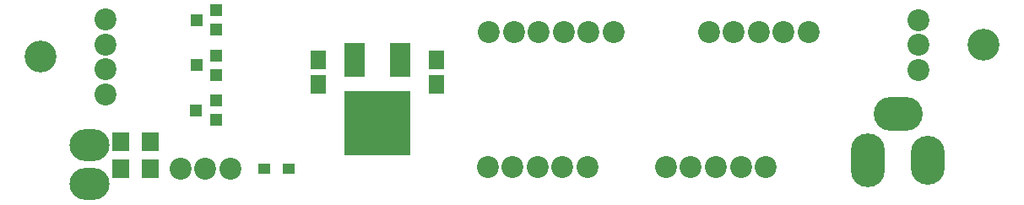
<source format=gbs>
G04 #@! TF.FileFunction,Soldermask,Bot*
%FSLAX46Y46*%
G04 Gerber Fmt 4.6, Leading zero omitted, Abs format (unit mm)*
G04 Created by KiCad (PCBNEW 4.0.1-stable) date 2/14/2016 11:26:41 PM*
%MOMM*%
G01*
G04 APERTURE LIST*
%ADD10C,0.100000*%
%ADD11O,3.400000X5.400000*%
%ADD12O,3.400000X4.900000*%
%ADD13O,4.900000X3.400000*%
%ADD14R,2.051000X3.448000*%
%ADD15R,6.700000X6.500000*%
%ADD16R,1.650000X1.900000*%
%ADD17R,1.200000X1.000000*%
%ADD18O,4.000000X3.200000*%
%ADD19C,2.200000*%
%ADD20C,3.200000*%
%ADD21R,1.200100X1.200100*%
%ADD22R,1.700000X1.900000*%
G04 APERTURE END LIST*
D10*
D11*
X155700000Y-75100000D03*
D12*
X161700000Y-75100000D03*
D13*
X158700000Y-70400000D03*
D14*
X104214000Y-65000000D03*
D15*
X106500000Y-71350000D03*
D14*
X108786000Y-65000000D03*
D16*
X100600000Y-65000000D03*
X100600000Y-67500000D03*
X112450000Y-65000000D03*
X112450000Y-67500000D03*
D17*
X95150000Y-75900000D03*
X97650000Y-75900000D03*
D18*
X77650000Y-73520000D03*
X77650000Y-77480000D03*
D19*
X135450000Y-75750000D03*
X145450000Y-75750000D03*
X142950000Y-75750000D03*
X140450000Y-75750000D03*
X137950000Y-75750000D03*
X91750000Y-75900000D03*
X89250000Y-75900000D03*
X86750000Y-75900000D03*
X117550000Y-75750000D03*
X127550000Y-75750000D03*
X125050000Y-75750000D03*
X122550000Y-75750000D03*
X120050000Y-75750000D03*
X160800000Y-66000000D03*
X160800000Y-63500000D03*
X160800000Y-61000000D03*
D20*
X167300000Y-63500000D03*
D19*
X130200000Y-62200000D03*
X117700000Y-62200000D03*
X127700000Y-62200000D03*
X120200000Y-62200000D03*
X122700000Y-62200000D03*
X125200000Y-62200000D03*
X79200000Y-60950000D03*
D20*
X72700000Y-64700000D03*
D19*
X79200000Y-63450000D03*
X79200000Y-65950000D03*
X79200000Y-68450000D03*
X149750000Y-62200000D03*
X139750000Y-62200000D03*
X142250000Y-62200000D03*
X144750000Y-62200000D03*
X147250000Y-62200000D03*
D21*
X90350760Y-60050000D03*
X90350760Y-61950000D03*
X88351780Y-61000000D03*
X90350760Y-64600000D03*
X90350760Y-66500000D03*
X88351780Y-65550000D03*
X90300760Y-69100000D03*
X90300760Y-71000000D03*
X88301780Y-70050000D03*
D22*
X80800000Y-73200000D03*
X80800000Y-75900000D03*
X83750000Y-75900000D03*
X83750000Y-73200000D03*
M02*

</source>
